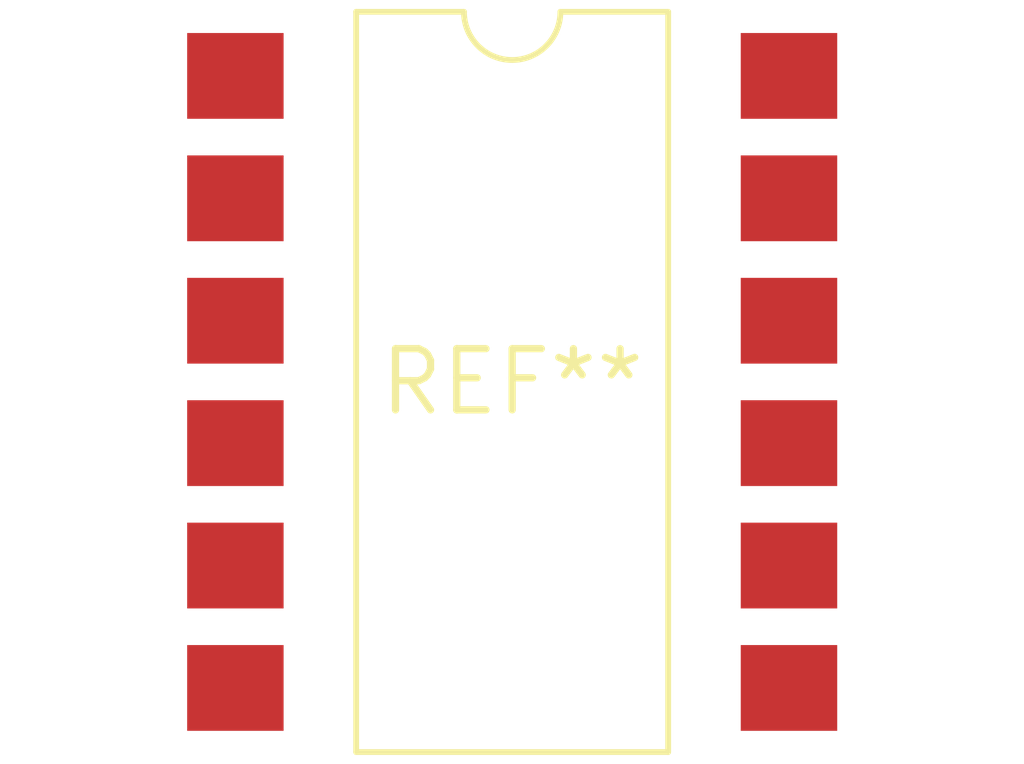
<source format=kicad_pcb>
(kicad_pcb (version 20240108) (generator pcbnew)
  (layers (0 "F.Cu" signal) (31 "B.Cu" signal) (34 "B.Paste" user) (35 "F.Paste" user) (36 "B.SilkS" user "B.Silkscreen") (37 "F.SilkS" user "F.Silkscreen") (38 "B.Mask" user) (39 "F.Mask" user) (44 "Edge.Cuts" user))
  (net 0 "")
  (footprint "SMDIP-12_W11.48mm" (layer "F.Cu") (at 0 0)
    (property "Reference" "REF**")
    (property "Value" "SMDIP-12_W11.48mm")
    (fp_line (start -3.235 -7.68) (end -3.235 7.68) (layer "F.SilkS") (stroke (width 0.12)))
    (fp_line (start -3.235 7.68) (end 3.235 7.68) (layer "F.SilkS") (stroke (width 0.12)))
    (fp_line (start -1 -7.68) (end -3.235 -7.68) (layer "F.SilkS") (stroke (width 0.12)))
    (fp_line (start 3.235 -7.68) (end 1 -7.68) (layer "F.SilkS") (stroke (width 0.12)))
    (fp_line (start 3.235 7.68) (end 3.235 -7.68) (layer "F.SilkS") (stroke (width 0.12)))
    (fp_arc (start 1 -7.68) (mid 0 -6.68) (end -1 -7.68) (layer "F.SilkS") (stroke (width 0.12)))
    (pad "1" smd rect (at -5.74 -6.35) (size 2 1.78) (layers "F.Cu" "F.Paste" "F.Mask"))
    (pad "2" smd rect (at -5.74 -3.81) (size 2 1.78) (layers "F.Cu" "F.Paste" "F.Mask"))
    (pad "3" smd rect (at -5.74 -1.27) (size 2 1.78) (layers "F.Cu" "F.Paste" "F.Mask"))
    (pad "4" smd rect (at -5.74 1.27) (size 2 1.78) (layers "F.Cu" "F.Paste" "F.Mask"))
    (pad "5" smd rect (at -5.74 3.81) (size 2 1.78) (layers "F.Cu" "F.Paste" "F.Mask"))
    (pad "6" smd rect (at -5.74 6.35) (size 2 1.78) (layers "F.Cu" "F.Paste" "F.Mask"))
    (pad "7" smd rect (at 5.74 6.35) (size 2 1.78) (layers "F.Cu" "F.Paste" "F.Mask"))
    (pad "8" smd rect (at 5.74 3.81) (size 2 1.78) (layers "F.Cu" "F.Paste" "F.Mask"))
    (pad "9" smd rect (at 5.74 1.27) (size 2 1.78) (layers "F.Cu" "F.Paste" "F.Mask"))
    (pad "10" smd rect (at 5.74 -1.27) (size 2 1.78) (layers "F.Cu" "F.Paste" "F.Mask"))
    (pad "11" smd rect (at 5.74 -3.81) (size 2 1.78) (layers "F.Cu" "F.Paste" "F.Mask"))
    (pad "12" smd rect (at 5.74 -6.35) (size 2 1.78) (layers "F.Cu" "F.Paste" "F.Mask"))
  )
)
</source>
